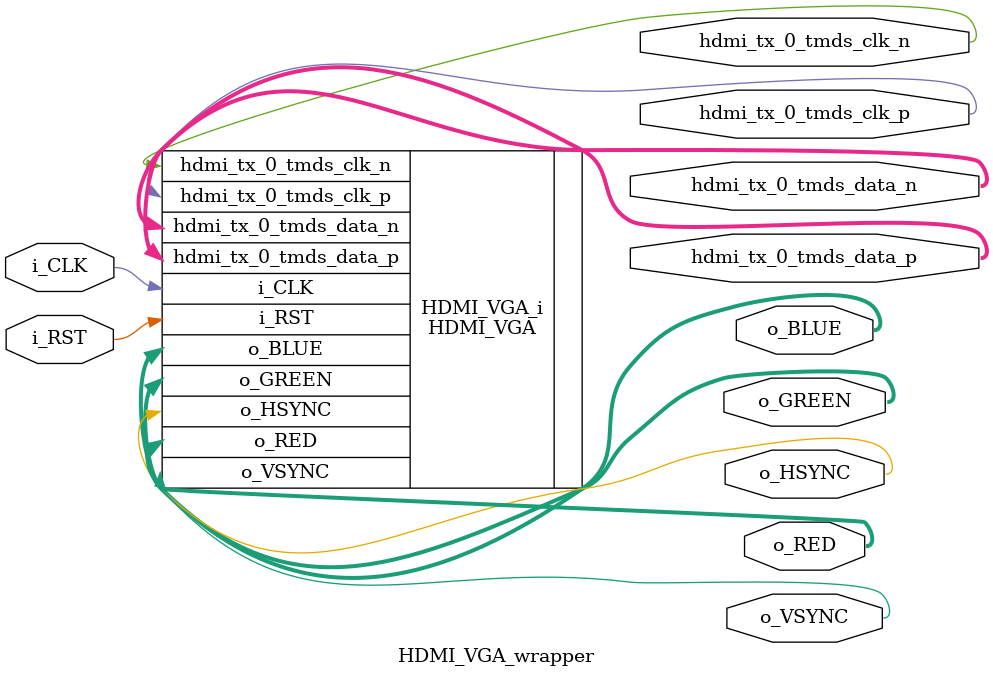
<source format=v>
`timescale 1 ps / 1 ps

module HDMI_VGA_wrapper
   (hdmi_tx_0_tmds_clk_n,
    hdmi_tx_0_tmds_clk_p,
    hdmi_tx_0_tmds_data_n,
    hdmi_tx_0_tmds_data_p,
    i_CLK,
    i_RST,
    o_BLUE,
    o_GREEN,
    o_HSYNC,
    o_RED,
    o_VSYNC);
  output hdmi_tx_0_tmds_clk_n;
  output hdmi_tx_0_tmds_clk_p;
  output [2:0]hdmi_tx_0_tmds_data_n;
  output [2:0]hdmi_tx_0_tmds_data_p;
  input i_CLK;
  input i_RST;
  output [3:0]o_BLUE;
  output [3:0]o_GREEN;
  output o_HSYNC;
  output [3:0]o_RED;
  output o_VSYNC;

  wire hdmi_tx_0_tmds_clk_n;
  wire hdmi_tx_0_tmds_clk_p;
  wire [2:0]hdmi_tx_0_tmds_data_n;
  wire [2:0]hdmi_tx_0_tmds_data_p;
  wire i_CLK;
  wire i_RST;
  wire [3:0]o_BLUE;
  wire [3:0]o_GREEN;
  wire o_HSYNC;
  wire [3:0]o_RED;
  wire o_VSYNC;

  HDMI_VGA HDMI_VGA_i
       (.hdmi_tx_0_tmds_clk_n(hdmi_tx_0_tmds_clk_n),
        .hdmi_tx_0_tmds_clk_p(hdmi_tx_0_tmds_clk_p),
        .hdmi_tx_0_tmds_data_n(hdmi_tx_0_tmds_data_n),
        .hdmi_tx_0_tmds_data_p(hdmi_tx_0_tmds_data_p),
        .i_CLK(i_CLK),
        .i_RST(i_RST),
        .o_BLUE(o_BLUE),
        .o_GREEN(o_GREEN),
        .o_HSYNC(o_HSYNC),
        .o_RED(o_RED),
        .o_VSYNC(o_VSYNC));
endmodule

</source>
